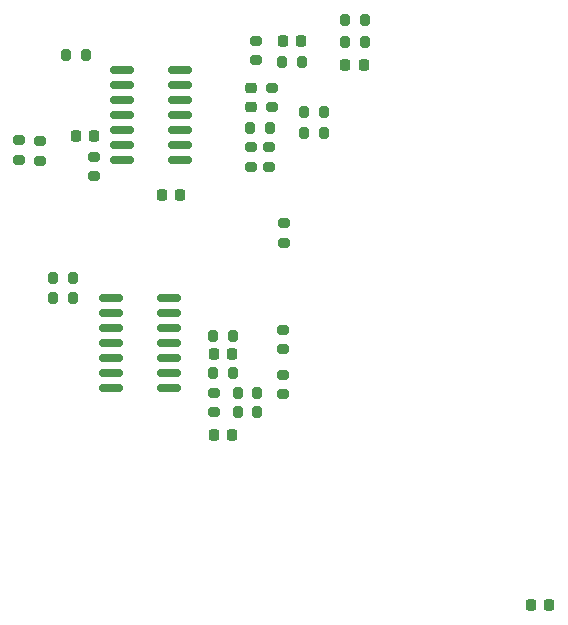
<source format=gbr>
%TF.GenerationSoftware,KiCad,Pcbnew,(7.0.0)*%
%TF.CreationDate,2023-12-04T19:23:21-08:00*%
%TF.ProjectId,Bottom_Board,426f7474-6f6d-45f4-926f-6172642e6b69,0*%
%TF.SameCoordinates,Original*%
%TF.FileFunction,Paste,Bot*%
%TF.FilePolarity,Positive*%
%FSLAX46Y46*%
G04 Gerber Fmt 4.6, Leading zero omitted, Abs format (unit mm)*
G04 Created by KiCad (PCBNEW (7.0.0)) date 2023-12-04 19:23:21*
%MOMM*%
%LPD*%
G01*
G04 APERTURE LIST*
G04 Aperture macros list*
%AMRoundRect*
0 Rectangle with rounded corners*
0 $1 Rounding radius*
0 $2 $3 $4 $5 $6 $7 $8 $9 X,Y pos of 4 corners*
0 Add a 4 corners polygon primitive as box body*
4,1,4,$2,$3,$4,$5,$6,$7,$8,$9,$2,$3,0*
0 Add four circle primitives for the rounded corners*
1,1,$1+$1,$2,$3*
1,1,$1+$1,$4,$5*
1,1,$1+$1,$6,$7*
1,1,$1+$1,$8,$9*
0 Add four rect primitives between the rounded corners*
20,1,$1+$1,$2,$3,$4,$5,0*
20,1,$1+$1,$4,$5,$6,$7,0*
20,1,$1+$1,$6,$7,$8,$9,0*
20,1,$1+$1,$8,$9,$2,$3,0*%
G04 Aperture macros list end*
%ADD10RoundRect,0.200000X-0.275000X0.200000X-0.275000X-0.200000X0.275000X-0.200000X0.275000X0.200000X0*%
%ADD11RoundRect,0.225000X-0.225000X-0.250000X0.225000X-0.250000X0.225000X0.250000X-0.225000X0.250000X0*%
%ADD12RoundRect,0.200000X0.275000X-0.200000X0.275000X0.200000X-0.275000X0.200000X-0.275000X-0.200000X0*%
%ADD13RoundRect,0.150000X0.825000X0.150000X-0.825000X0.150000X-0.825000X-0.150000X0.825000X-0.150000X0*%
%ADD14RoundRect,0.225000X0.225000X0.250000X-0.225000X0.250000X-0.225000X-0.250000X0.225000X-0.250000X0*%
%ADD15RoundRect,0.200000X0.200000X0.275000X-0.200000X0.275000X-0.200000X-0.275000X0.200000X-0.275000X0*%
%ADD16RoundRect,0.200000X-0.200000X-0.275000X0.200000X-0.275000X0.200000X0.275000X-0.200000X0.275000X0*%
%ADD17RoundRect,0.225000X0.250000X-0.225000X0.250000X0.225000X-0.250000X0.225000X-0.250000X-0.225000X0*%
%ADD18RoundRect,0.218750X-0.218750X-0.256250X0.218750X-0.256250X0.218750X0.256250X-0.218750X0.256250X0*%
G04 APERTURE END LIST*
D10*
%TO.C,R19*%
X129616200Y-94679000D03*
X129616200Y-96329000D03*
%TD*%
%TO.C,R11*%
X116332000Y-95504000D03*
X116332000Y-97154000D03*
%TD*%
D11*
%TO.C,C4*%
X126466600Y-119076200D03*
X128016600Y-119076200D03*
%TD*%
D12*
%TO.C,R22*%
X132397600Y-102774500D03*
X132397600Y-101124500D03*
%TD*%
D11*
%TO.C,C8*%
X132334000Y-85648800D03*
X133884000Y-85648800D03*
%TD*%
D13*
%TO.C,U1*%
X123633000Y-88138000D03*
X123633000Y-89408000D03*
X123633000Y-90678000D03*
X123633000Y-91948000D03*
X123633000Y-93218000D03*
X123633000Y-94488000D03*
X123633000Y-95758000D03*
X118683000Y-95758000D03*
X118683000Y-94488000D03*
X118683000Y-93218000D03*
X118683000Y-91948000D03*
X118683000Y-90678000D03*
X118683000Y-89408000D03*
X118683000Y-88138000D03*
%TD*%
D10*
%TO.C,R4*%
X111760000Y-94171000D03*
X111760000Y-95821000D03*
%TD*%
%TO.C,R14*%
X132308600Y-110122200D03*
X132308600Y-111772200D03*
%TD*%
D14*
%TO.C,C1*%
X154839000Y-133400800D03*
X153289000Y-133400800D03*
%TD*%
D13*
%TO.C,U2*%
X122682000Y-107442000D03*
X122682000Y-108712000D03*
X122682000Y-109982000D03*
X122682000Y-111252000D03*
X122682000Y-112522000D03*
X122682000Y-113792000D03*
X122682000Y-115062000D03*
X117732000Y-115062000D03*
X117732000Y-113792000D03*
X117732000Y-112522000D03*
X117732000Y-111252000D03*
X117732000Y-109982000D03*
X117732000Y-108712000D03*
X117732000Y-107442000D03*
%TD*%
D15*
%TO.C,R12*%
X130148600Y-117094000D03*
X128498600Y-117094000D03*
%TD*%
D16*
%TO.C,R18*%
X112890800Y-107467400D03*
X114540800Y-107467400D03*
%TD*%
%TO.C,R10*%
X137607600Y-83953100D03*
X139257600Y-83953100D03*
%TD*%
D15*
%TO.C,R20*%
X115633000Y-86868000D03*
X113983000Y-86868000D03*
%TD*%
%TO.C,R2*%
X135762000Y-91694000D03*
X134112000Y-91694000D03*
%TD*%
%TO.C,R9*%
X128065800Y-113792000D03*
X126415800Y-113792000D03*
%TD*%
D16*
%TO.C,R7*%
X137607600Y-85810475D03*
X139257600Y-85810475D03*
%TD*%
D14*
%TO.C,C6*%
X128003600Y-112218200D03*
X126453600Y-112218200D03*
%TD*%
D17*
%TO.C,C9*%
X129590800Y-91237400D03*
X129590800Y-89687400D03*
%TD*%
D12*
%TO.C,R16*%
X131140200Y-96329000D03*
X131140200Y-94679000D03*
%TD*%
D16*
%TO.C,R6*%
X128498600Y-115520200D03*
X130148600Y-115520200D03*
%TD*%
D15*
%TO.C,R1*%
X128053600Y-110694200D03*
X126403600Y-110694200D03*
%TD*%
%TO.C,R3*%
X114502200Y-105740200D03*
X112852200Y-105740200D03*
%TD*%
D16*
%TO.C,R24*%
X132271000Y-87426800D03*
X133921000Y-87426800D03*
%TD*%
D18*
%TO.C,D1*%
X122044500Y-98698000D03*
X123619500Y-98698000D03*
%TD*%
D16*
%TO.C,R15*%
X134112000Y-93472000D03*
X135762000Y-93472000D03*
%TD*%
D14*
%TO.C,C7*%
X139157600Y-87763100D03*
X137607600Y-87763100D03*
%TD*%
D10*
%TO.C,R21*%
X131368800Y-89637400D03*
X131368800Y-91287400D03*
%TD*%
%TO.C,R8*%
X126492000Y-115469400D03*
X126492000Y-117119400D03*
%TD*%
D14*
%TO.C,C5*%
X116345000Y-93726000D03*
X114795000Y-93726000D03*
%TD*%
D10*
%TO.C,R13*%
X132308600Y-113932200D03*
X132308600Y-115582200D03*
%TD*%
D12*
%TO.C,R23*%
X130048000Y-87298800D03*
X130048000Y-85648800D03*
%TD*%
%TO.C,R5*%
X109982000Y-95758000D03*
X109982000Y-94108000D03*
%TD*%
D16*
%TO.C,R17*%
X129540000Y-93014800D03*
X131190000Y-93014800D03*
%TD*%
M02*

</source>
